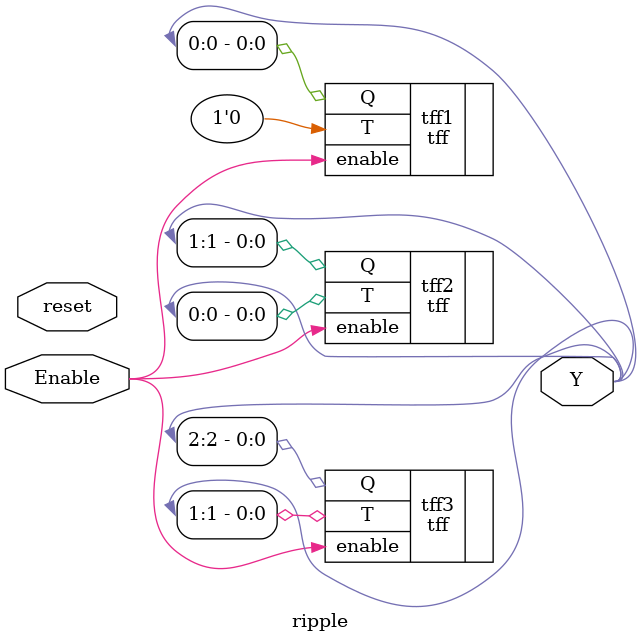
<source format=v>
module ripple(
    input Enable, reset,
    output [2:0] Y
    );
    
    tff tff1(
        .T(1'b0),
        .enable(Enable),
        .Q(Y[0])
    );
    
    tff tff2(
        .T(Y[0]),
        .enable(Enable),
        .Q(Y[1])
    );
    
    tff tff3(
        .T(Y[1]),
        .enable(Enable),
        .Q(Y[2])
    );
endmodule

</source>
